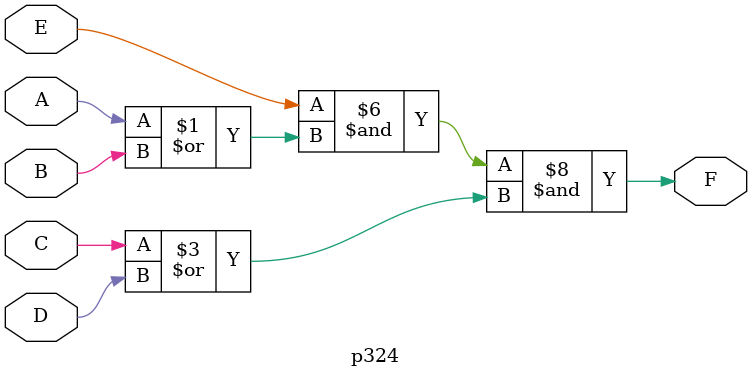
<source format=v>
module p324 (A,B,C,D,E,F);
output F;
input A,B,C,D,E;
wire wab,wcd;
nor Gab ( wab,A,B);
nor Gcd ( wcd,C,D);
and Gf (F,E,~ wab, ~ wcd );
endmodule

</source>
